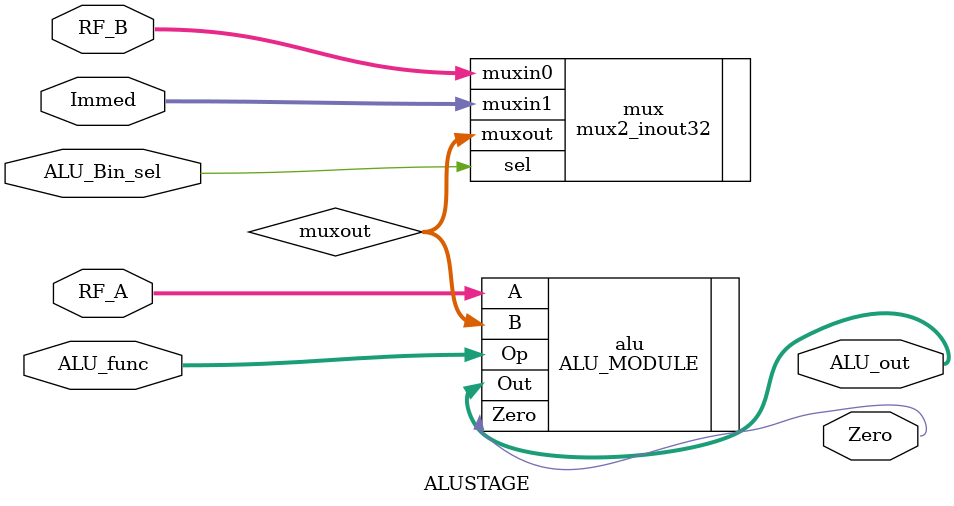
<source format=v>
`timescale 1ns / 1ps
module ALUSTAGE(
    input [31:0] RF_A,
    input [31:0] RF_B,
    input [31:0] Immed,
    input ALU_Bin_sel,
    input [3:0] ALU_func,
    output [31:0] ALU_out,
	 output Zero
    );

wire [31:0] muxout;

//mux which dictates the input B of ALU
mux2_inout32 mux (.muxin0(RF_B), .muxin1(Immed), .muxout(muxout), .sel(ALU_Bin_sel));

ALU_MODULE alu (.A(RF_A), .B(muxout), .Op(ALU_func), .Out(ALU_out), .Zero(Zero));

endmodule

</source>
